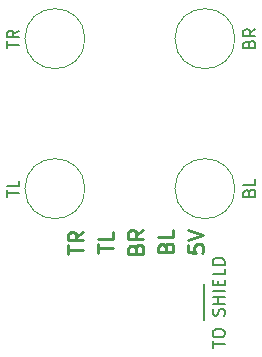
<source format=gto>
%TF.GenerationSoftware,KiCad,Pcbnew,4.0.5-e0-6337~49~ubuntu16.04.1*%
%TF.CreationDate,2017-05-08T19:40:56-07:00*%
%TF.ProjectId,LDR-Board,4C44522D426F6172642E6B696361645F,v1.2*%
%TF.FileFunction,Legend,Top*%
%FSLAX46Y46*%
G04 Gerber Fmt 4.6, Leading zero omitted, Abs format (unit mm)*
G04 Created by KiCad (PCBNEW 4.0.5-e0-6337~49~ubuntu16.04.1) date Mon May  8 19:40:56 2017*
%MOMM*%
%LPD*%
G01*
G04 APERTURE LIST*
%ADD10C,0.350000*%
%ADD11C,0.254000*%
%ADD12C,0.150000*%
%ADD13C,0.050000*%
%ADD14C,0.152400*%
%ADD15R,2.184400X2.184400*%
%ADD16O,2.184400X2.184400*%
%ADD17C,2.184400*%
G04 APERTURE END LIST*
D10*
D11*
X24323524Y-75933904D02*
X24323524Y-76538666D01*
X24928286Y-76599142D01*
X24867810Y-76538666D01*
X24807333Y-76417714D01*
X24807333Y-76115333D01*
X24867810Y-75994380D01*
X24928286Y-75933904D01*
X25049238Y-75873428D01*
X25351619Y-75873428D01*
X25472571Y-75933904D01*
X25533048Y-75994380D01*
X25593524Y-76115333D01*
X25593524Y-76417714D01*
X25533048Y-76538666D01*
X25472571Y-76599142D01*
X24323524Y-75510571D02*
X25593524Y-75087237D01*
X24323524Y-74663904D01*
X14163524Y-76689857D02*
X14163524Y-75964142D01*
X15433524Y-76326999D02*
X14163524Y-76326999D01*
X15433524Y-74815095D02*
X14828762Y-75238428D01*
X15433524Y-75540809D02*
X14163524Y-75540809D01*
X14163524Y-75057000D01*
X14224000Y-74936047D01*
X14284476Y-74875571D01*
X14405429Y-74815095D01*
X14586857Y-74815095D01*
X14707810Y-74875571D01*
X14768286Y-74936047D01*
X14828762Y-75057000D01*
X14828762Y-75540809D01*
X16703524Y-76568905D02*
X16703524Y-75843190D01*
X17973524Y-76206047D02*
X16703524Y-76206047D01*
X17973524Y-74815095D02*
X17973524Y-75419857D01*
X16703524Y-75419857D01*
X19848286Y-76236286D02*
X19908762Y-76054857D01*
X19969238Y-75994381D01*
X20090190Y-75933905D01*
X20271619Y-75933905D01*
X20392571Y-75994381D01*
X20453048Y-76054857D01*
X20513524Y-76175810D01*
X20513524Y-76659619D01*
X19243524Y-76659619D01*
X19243524Y-76236286D01*
X19304000Y-76115333D01*
X19364476Y-76054857D01*
X19485429Y-75994381D01*
X19606381Y-75994381D01*
X19727333Y-76054857D01*
X19787810Y-76115333D01*
X19848286Y-76236286D01*
X19848286Y-76659619D01*
X20513524Y-74663905D02*
X19908762Y-75087238D01*
X20513524Y-75389619D02*
X19243524Y-75389619D01*
X19243524Y-74905810D01*
X19304000Y-74784857D01*
X19364476Y-74724381D01*
X19485429Y-74663905D01*
X19666857Y-74663905D01*
X19787810Y-74724381D01*
X19848286Y-74784857D01*
X19908762Y-74905810D01*
X19908762Y-75389619D01*
X22388286Y-76115333D02*
X22448762Y-75933904D01*
X22509238Y-75873428D01*
X22630190Y-75812952D01*
X22811619Y-75812952D01*
X22932571Y-75873428D01*
X22993048Y-75933904D01*
X23053524Y-76054857D01*
X23053524Y-76538666D01*
X21783524Y-76538666D01*
X21783524Y-76115333D01*
X21844000Y-75994380D01*
X21904476Y-75933904D01*
X22025429Y-75873428D01*
X22146381Y-75873428D01*
X22267333Y-75933904D01*
X22327810Y-75994380D01*
X22388286Y-76115333D01*
X22388286Y-76538666D01*
X23053524Y-74663904D02*
X23053524Y-75268666D01*
X21783524Y-75268666D01*
D12*
X25680000Y-79222000D02*
X25680000Y-82322000D01*
D13*
X15564981Y-58465073D02*
G75*
G03X15564981Y-58465073I-2540000J0D01*
G01*
X28264981Y-71165073D02*
G75*
G03X28264981Y-71165073I-2540000J0D01*
G01*
X15564981Y-71165073D02*
G75*
G03X15564981Y-71165073I-2540000J0D01*
G01*
X28264981Y-58465073D02*
G75*
G03X28264981Y-58465073I-2540000J0D01*
G01*
D14*
X26367619Y-84618285D02*
X26367619Y-84037714D01*
X27383619Y-84327999D02*
X26367619Y-84327999D01*
X26367619Y-83505523D02*
X26367619Y-83312000D01*
X26416000Y-83215238D01*
X26512762Y-83118476D01*
X26706286Y-83070095D01*
X27044952Y-83070095D01*
X27238476Y-83118476D01*
X27335238Y-83215238D01*
X27383619Y-83312000D01*
X27383619Y-83505523D01*
X27335238Y-83602285D01*
X27238476Y-83699047D01*
X27044952Y-83747428D01*
X26706286Y-83747428D01*
X26512762Y-83699047D01*
X26416000Y-83602285D01*
X26367619Y-83505523D01*
X27335238Y-81908952D02*
X27383619Y-81763809D01*
X27383619Y-81521905D01*
X27335238Y-81425143D01*
X27286857Y-81376762D01*
X27190095Y-81328381D01*
X27093333Y-81328381D01*
X26996571Y-81376762D01*
X26948190Y-81425143D01*
X26899810Y-81521905D01*
X26851429Y-81715428D01*
X26803048Y-81812190D01*
X26754667Y-81860571D01*
X26657905Y-81908952D01*
X26561143Y-81908952D01*
X26464381Y-81860571D01*
X26416000Y-81812190D01*
X26367619Y-81715428D01*
X26367619Y-81473524D01*
X26416000Y-81328381D01*
X27383619Y-80892952D02*
X26367619Y-80892952D01*
X26851429Y-80892952D02*
X26851429Y-80312381D01*
X27383619Y-80312381D02*
X26367619Y-80312381D01*
X27383619Y-79828571D02*
X26367619Y-79828571D01*
X26851429Y-79344761D02*
X26851429Y-79006095D01*
X27383619Y-78860952D02*
X27383619Y-79344761D01*
X26367619Y-79344761D01*
X26367619Y-78860952D01*
X27383619Y-77941714D02*
X27383619Y-78425523D01*
X26367619Y-78425523D01*
X27383619Y-77603047D02*
X26367619Y-77603047D01*
X26367619Y-77361142D01*
X26416000Y-77216000D01*
X26512762Y-77119238D01*
X26609524Y-77070857D01*
X26803048Y-77022476D01*
X26948190Y-77022476D01*
X27141714Y-77070857D01*
X27238476Y-77119238D01*
X27335238Y-77216000D01*
X27383619Y-77361142D01*
X27383619Y-77603047D01*
D12*
X8977381Y-59250787D02*
X8977381Y-58679358D01*
X9977381Y-58965073D02*
X8977381Y-58965073D01*
X9977381Y-57774596D02*
X9501190Y-58107930D01*
X9977381Y-58346025D02*
X8977381Y-58346025D01*
X8977381Y-57965072D01*
X9025000Y-57869834D01*
X9072619Y-57822215D01*
X9167857Y-57774596D01*
X9310714Y-57774596D01*
X9405952Y-57822215D01*
X9453571Y-57869834D01*
X9501190Y-57965072D01*
X9501190Y-58346025D01*
X29463552Y-71498406D02*
X29511171Y-71355549D01*
X29558791Y-71307930D01*
X29654029Y-71260311D01*
X29796886Y-71260311D01*
X29892124Y-71307930D01*
X29939743Y-71355549D01*
X29987362Y-71450787D01*
X29987362Y-71831740D01*
X28987362Y-71831740D01*
X28987362Y-71498406D01*
X29034981Y-71403168D01*
X29082600Y-71355549D01*
X29177838Y-71307930D01*
X29273076Y-71307930D01*
X29368314Y-71355549D01*
X29415933Y-71403168D01*
X29463552Y-71498406D01*
X29463552Y-71831740D01*
X29987362Y-70355549D02*
X29987362Y-70831740D01*
X28987362Y-70831740D01*
X8977381Y-71855549D02*
X8977381Y-71284120D01*
X9977381Y-71569835D02*
X8977381Y-71569835D01*
X9977381Y-70474596D02*
X9977381Y-70950787D01*
X8977381Y-70950787D01*
X29463552Y-58893644D02*
X29511171Y-58750787D01*
X29558791Y-58703168D01*
X29654029Y-58655549D01*
X29796886Y-58655549D01*
X29892124Y-58703168D01*
X29939743Y-58750787D01*
X29987362Y-58846025D01*
X29987362Y-59226978D01*
X28987362Y-59226978D01*
X28987362Y-58893644D01*
X29034981Y-58798406D01*
X29082600Y-58750787D01*
X29177838Y-58703168D01*
X29273076Y-58703168D01*
X29368314Y-58750787D01*
X29415933Y-58798406D01*
X29463552Y-58893644D01*
X29463552Y-59226978D01*
X29987362Y-57655549D02*
X29511171Y-57988883D01*
X29987362Y-58226978D02*
X28987362Y-58226978D01*
X28987362Y-57846025D01*
X29034981Y-57750787D01*
X29082600Y-57703168D01*
X29177838Y-57655549D01*
X29320695Y-57655549D01*
X29415933Y-57703168D01*
X29463552Y-57750787D01*
X29511171Y-57846025D01*
X29511171Y-58226978D01*
%LPC*%
D15*
X24130000Y-80772000D03*
D16*
X21590000Y-80772000D03*
X19050000Y-80772000D03*
X16510000Y-80772000D03*
X13970000Y-80772000D03*
D17*
X11754981Y-58465073D03*
D16*
X14294981Y-58465073D03*
D17*
X26994981Y-71165073D03*
D16*
X24454981Y-71165073D03*
D17*
X14294981Y-71165073D03*
D16*
X11754981Y-71165073D03*
D17*
X26994981Y-58465073D03*
D16*
X24454981Y-58465073D03*
M02*

</source>
